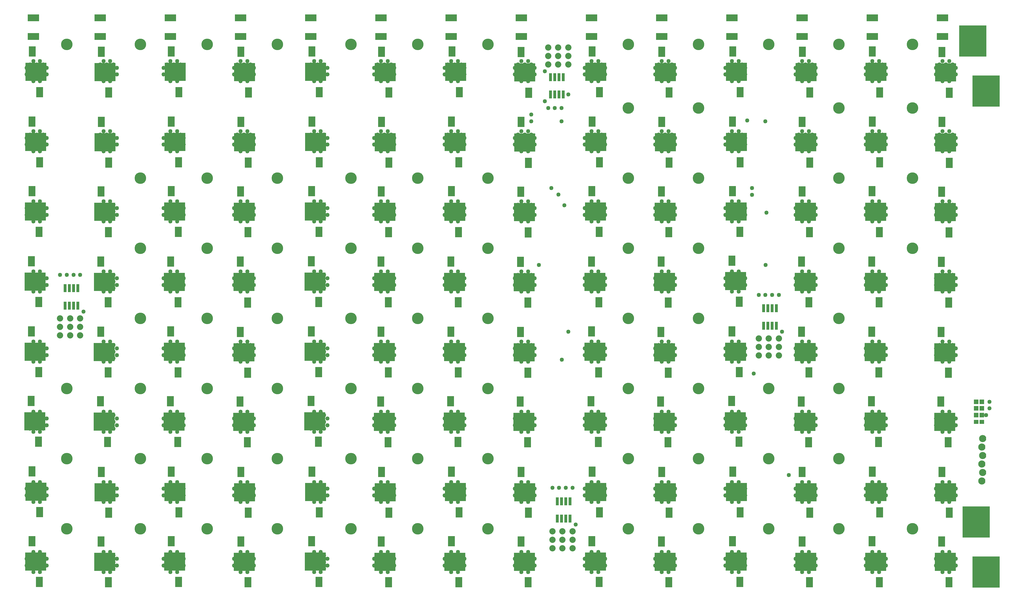
<source format=gts>
G04 MADE WITH FRITZING*
G04 WWW.FRITZING.ORG*
G04 DOUBLE SIDED*
G04 HOLES PLATED*
G04 CONTOUR ON CENTER OF CONTOUR VECTOR*
%ASAXBY*%
%FSLAX23Y23*%
%MOIN*%
%OFA0B0*%
%SFA1.0B1.0*%
%ADD10C,0.135984*%
%ADD11C,0.049370*%
%ADD12C,0.073622*%
%ADD13C,0.084000*%
%ADD14R,0.034000X0.097000*%
%ADD15R,0.080866X0.122205*%
%ADD16R,0.246221X0.214725*%
%ADD17R,0.135984X0.080866*%
%ADD18R,0.321023X0.365512*%
%ADD19R,0.057244X0.053307*%
%ADD20R,0.053307X0.049370*%
%LNMASK1*%
G90*
G70*
G54D10*
X571Y2424D03*
X571Y1597D03*
X571Y770D03*
X571Y6479D03*
X1437Y4077D03*
X1437Y2424D03*
X1437Y4904D03*
X1437Y1597D03*
X1437Y3251D03*
X1437Y770D03*
X1437Y6479D03*
X2225Y4077D03*
X2225Y2424D03*
X2225Y4904D03*
X2225Y1597D03*
X2225Y3251D03*
X2225Y770D03*
X2225Y6479D03*
X3051Y4077D03*
X3051Y2424D03*
X3051Y4904D03*
X3051Y1597D03*
X3051Y3251D03*
X3051Y770D03*
X3051Y6479D03*
X3918Y4077D03*
X3918Y2424D03*
X3918Y4904D03*
X3918Y1597D03*
X3918Y3251D03*
X3918Y770D03*
X3918Y6479D03*
X4705Y4077D03*
X4705Y2424D03*
X4705Y4904D03*
X4705Y1597D03*
X4705Y3251D03*
X4705Y770D03*
X4705Y6479D03*
X5532Y4077D03*
X5532Y2424D03*
X5532Y4904D03*
X5532Y1597D03*
X5532Y3251D03*
X5532Y770D03*
X5532Y6479D03*
X7185Y4077D03*
X7185Y2424D03*
X7185Y4904D03*
X7185Y1597D03*
X7185Y3251D03*
X7185Y770D03*
X7185Y6479D03*
X7185Y5731D03*
X8012Y4077D03*
X8012Y2424D03*
X8012Y4904D03*
X8012Y1597D03*
X8012Y3251D03*
X8012Y770D03*
X8012Y6479D03*
X8012Y5731D03*
X8839Y2424D03*
X8839Y1597D03*
X8839Y770D03*
X8839Y6479D03*
X9666Y4077D03*
X9666Y2424D03*
X9666Y4904D03*
X9666Y1597D03*
X9666Y3251D03*
X9666Y770D03*
X9666Y6479D03*
X9666Y5731D03*
X10532Y770D03*
X10532Y4077D03*
X10532Y4904D03*
X10532Y6479D03*
X10532Y5731D03*
G54D11*
X7579Y2975D03*
X6673Y1243D03*
X5847Y2069D03*
X5925Y2817D03*
X7658Y5298D03*
X5020Y6203D03*
X6870Y455D03*
X5886Y5416D03*
X7736Y1164D03*
X6043Y1951D03*
X4311Y298D03*
X5138Y2778D03*
X5177Y495D03*
X5965Y4510D03*
X6004Y4550D03*
X4232Y6243D03*
X5020Y1164D03*
X6831Y1912D03*
X5886Y377D03*
X7697Y4589D03*
X6004Y6046D03*
X5256Y6203D03*
X5925Y5219D03*
X4193Y1243D03*
X4351Y5377D03*
X4351Y2069D03*
X7658Y5455D03*
X7618Y4432D03*
X6713Y3762D03*
X7579Y1243D03*
X6004Y258D03*
X5177Y3723D03*
X5020Y4550D03*
X6083Y6125D03*
X5138Y2109D03*
X5177Y1912D03*
X6792Y2778D03*
X5099Y1321D03*
X7500Y1164D03*
X6713Y6085D03*
X6792Y5337D03*
X7579Y3566D03*
X4351Y3644D03*
X4272Y3802D03*
X7540Y377D03*
X5847Y3644D03*
X5965Y6164D03*
X5177Y2975D03*
X6004Y1164D03*
X6792Y4510D03*
X6083Y4471D03*
X4311Y1282D03*
X4272Y6203D03*
X5886Y6085D03*
X6752Y2975D03*
X6870Y6085D03*
X4232Y4589D03*
X7579Y6282D03*
X6673Y416D03*
X7697Y2936D03*
X7540Y3762D03*
X4232Y2936D03*
X5925Y1321D03*
X4429Y416D03*
X7618Y1951D03*
X5020Y337D03*
X7736Y337D03*
X7736Y5377D03*
X5217Y2857D03*
X6752Y5219D03*
X4272Y4628D03*
X6831Y1321D03*
X5886Y1125D03*
X5886Y2030D03*
X7658Y337D03*
X5138Y2936D03*
X4193Y3723D03*
X6673Y6203D03*
X6083Y3644D03*
X4232Y5337D03*
X4272Y1243D03*
X7697Y2030D03*
X6870Y1203D03*
X6792Y2030D03*
X6083Y337D03*
X6043Y6085D03*
X6673Y2896D03*
X4351Y6046D03*
X5099Y2148D03*
X5138Y5337D03*
X4390Y3605D03*
X4232Y2109D03*
X5256Y3723D03*
X5020Y2817D03*
X6752Y258D03*
X5099Y258D03*
X6792Y2109D03*
X5138Y1203D03*
X4232Y1203D03*
X5059Y1203D03*
X7658Y2148D03*
X5925Y3566D03*
X6792Y5416D03*
X5177Y3566D03*
X5059Y6243D03*
X4390Y1282D03*
X4390Y2109D03*
X5217Y5258D03*
X5256Y1164D03*
X5965Y1203D03*
X4429Y2069D03*
X6713Y2857D03*
X5177Y4550D03*
X6752Y1243D03*
X6043Y5416D03*
X6043Y298D03*
X7618Y6243D03*
X6752Y2069D03*
X5177Y2896D03*
X5099Y6046D03*
X7736Y4550D03*
X4272Y4392D03*
X4232Y3684D03*
X5138Y5416D03*
X4351Y2739D03*
X5177Y258D03*
X7658Y5377D03*
X5925Y495D03*
X5059Y4589D03*
X5059Y3762D03*
X5177Y5377D03*
X7540Y5416D03*
X4390Y5416D03*
X7500Y4550D03*
X5020Y5377D03*
X7579Y2817D03*
X7579Y1991D03*
X5965Y1951D03*
X6831Y4392D03*
X6792Y4589D03*
X5020Y3723D03*
X5886Y3762D03*
X5217Y1951D03*
X5886Y298D03*
X5138Y2030D03*
X5020Y6125D03*
X4272Y2817D03*
X5847Y416D03*
X6792Y1125D03*
X7540Y2778D03*
X5138Y6243D03*
X7579Y258D03*
X4429Y5298D03*
X7736Y6203D03*
X7697Y298D03*
X4272Y1085D03*
X7579Y3723D03*
X6043Y2778D03*
X6831Y2975D03*
X7579Y3644D03*
X7618Y3605D03*
X6752Y4392D03*
X6004Y495D03*
X6910Y337D03*
X5847Y1243D03*
X7658Y1085D03*
X6713Y377D03*
X5965Y5337D03*
X7500Y1243D03*
X4351Y1243D03*
X6752Y1991D03*
X6043Y3605D03*
X6043Y2109D03*
X6831Y4471D03*
X6004Y3566D03*
X6752Y495D03*
X4193Y4471D03*
X6713Y2936D03*
X7500Y2069D03*
X6043Y1282D03*
X6792Y298D03*
X7697Y455D03*
X6752Y5377D03*
X6870Y6243D03*
X5138Y3684D03*
X7540Y1282D03*
X7658Y3723D03*
X4390Y2936D03*
X7540Y1125D03*
X7736Y6125D03*
X5177Y6282D03*
X5886Y455D03*
X6004Y6203D03*
X7540Y4432D03*
X7579Y5455D03*
X7579Y4392D03*
X4351Y6282D03*
X6910Y2896D03*
X5217Y4510D03*
X5177Y337D03*
X5925Y3644D03*
X5059Y1282D03*
X7697Y5337D03*
X5847Y6125D03*
X4311Y5416D03*
X4232Y377D03*
X4193Y1164D03*
X7697Y2109D03*
X6004Y6282D03*
X5217Y5337D03*
X4390Y3684D03*
X4272Y1991D03*
X4193Y416D03*
X5217Y6243D03*
X7658Y4550D03*
X5217Y3605D03*
X4429Y1164D03*
X6752Y4628D03*
X7736Y3723D03*
X6752Y1085D03*
X6004Y1321D03*
X6792Y1951D03*
X4390Y1951D03*
X7500Y4471D03*
X4390Y2030D03*
X4193Y2896D03*
X4311Y3684D03*
X6870Y3762D03*
X7540Y3605D03*
X6831Y6125D03*
X4351Y258D03*
X7540Y2030D03*
X4351Y5298D03*
X7579Y5377D03*
X5886Y3605D03*
X6713Y1125D03*
X7500Y6203D03*
X6831Y1243D03*
X6673Y5377D03*
X6870Y1951D03*
X4193Y4550D03*
X7697Y2778D03*
X7540Y2936D03*
X6870Y6164D03*
X4272Y258D03*
X6752Y1912D03*
X5965Y2778D03*
X6792Y4432D03*
X5138Y455D03*
X7579Y2069D03*
X4272Y416D03*
X5059Y5337D03*
X7540Y1951D03*
X6713Y4510D03*
X4390Y6243D03*
X7658Y2817D03*
X5059Y1125D03*
X6831Y2069D03*
X5138Y1951D03*
X5020Y4471D03*
X4429Y5377D03*
X7697Y6164D03*
X5217Y6085D03*
X6910Y5377D03*
X4351Y2148D03*
X7540Y2109D03*
X5217Y1282D03*
X4351Y5455D03*
X5217Y455D03*
X4390Y4510D03*
X6004Y416D03*
X5138Y1282D03*
X6910Y3723D03*
X5020Y3644D03*
X6870Y2109D03*
X6083Y1991D03*
X4311Y1125D03*
X6752Y3802D03*
X7618Y2778D03*
X6713Y3605D03*
X7579Y495D03*
X6713Y2778D03*
X4390Y4432D03*
X4232Y1951D03*
X7500Y1991D03*
X5965Y2109D03*
X5177Y1085D03*
X4429Y6203D03*
X7658Y2069D03*
X7618Y1203D03*
X5886Y3684D03*
X5217Y2778D03*
X4272Y3723D03*
X7697Y4432D03*
X4351Y6203D03*
X7540Y5258D03*
X7658Y1243D03*
X5099Y1243D03*
X4429Y2817D03*
X5177Y416D03*
X7540Y3684D03*
X6083Y1164D03*
X5217Y3684D03*
X7618Y4510D03*
X4351Y1321D03*
X5177Y1243D03*
X7697Y5258D03*
X6870Y4510D03*
X7579Y6125D03*
X7658Y4392D03*
X4272Y2148D03*
X6713Y298D03*
X6831Y3802D03*
X6004Y2739D03*
X6043Y4510D03*
X7579Y2148D03*
X6870Y298D03*
X6043Y3684D03*
X5138Y4510D03*
X5177Y6125D03*
X5177Y6203D03*
X5099Y2896D03*
X6870Y5337D03*
X6004Y1085D03*
X6831Y5455D03*
X4429Y1243D03*
X6910Y416D03*
X7540Y6164D03*
X7736Y416D03*
X7658Y495D03*
X4351Y2817D03*
X6752Y1321D03*
X4193Y5298D03*
X4390Y5337D03*
X7540Y1203D03*
X7697Y6085D03*
X5059Y377D03*
X7500Y2896D03*
X6910Y6125D03*
X6831Y4550D03*
X5965Y6085D03*
X4272Y3566D03*
X5217Y298D03*
X7658Y2896D03*
X7658Y258D03*
X6004Y5298D03*
X6673Y2069D03*
X5925Y1912D03*
X7500Y3644D03*
X6831Y3723D03*
X5886Y4432D03*
X5099Y4392D03*
X7540Y298D03*
X5059Y6085D03*
X4272Y2069D03*
X5886Y2778D03*
X4272Y337D03*
X7658Y3802D03*
X5177Y5219D03*
X7500Y337D03*
X4232Y4510D03*
X6673Y4550D03*
X5847Y1991D03*
X6910Y2817D03*
X6752Y337D03*
X5059Y5258D03*
X5965Y1125D03*
X5217Y4589D03*
X6792Y1203D03*
X6673Y3644D03*
X4390Y5258D03*
X5099Y5298D03*
X7658Y1912D03*
X5099Y4471D03*
X5925Y6203D03*
X6043Y5258D03*
X7736Y4471D03*
X5020Y1991D03*
X4311Y6085D03*
X6004Y6125D03*
X5177Y2739D03*
X5965Y4432D03*
X7658Y1321D03*
X4351Y416D03*
X5256Y5298D03*
X5059Y6164D03*
X6870Y4589D03*
X7540Y6085D03*
X6910Y1243D03*
X5177Y5455D03*
X6004Y4471D03*
X7579Y416D03*
X5256Y2817D03*
X5099Y2069D03*
X6713Y5258D03*
X6713Y1203D03*
X6910Y4550D03*
X7500Y3723D03*
X4351Y3723D03*
X5965Y455D03*
X7697Y6243D03*
X5925Y2975D03*
X4311Y2109D03*
X5217Y2936D03*
X7697Y4510D03*
X5138Y1125D03*
X4390Y2857D03*
X7658Y5219D03*
X5965Y298D03*
X5847Y337D03*
X4232Y6085D03*
X7658Y6282D03*
X5020Y5298D03*
X5925Y5298D03*
X5099Y3802D03*
X5099Y5219D03*
X6870Y377D03*
X5217Y4432D03*
X5099Y6203D03*
X6831Y5377D03*
X5886Y1951D03*
X5099Y2739D03*
X4272Y6282D03*
X4351Y1164D03*
X5256Y3644D03*
X7697Y1125D03*
X7658Y1164D03*
X5099Y4550D03*
X7500Y2817D03*
X5217Y6164D03*
X5965Y3684D03*
X6004Y1991D03*
X4232Y1282D03*
X5099Y4628D03*
X5059Y3605D03*
X5925Y2896D03*
X5886Y2857D03*
X6004Y337D03*
X4429Y337D03*
X6673Y6125D03*
X6870Y1282D03*
X5177Y4628D03*
X4272Y2896D03*
X6673Y3723D03*
X5256Y5377D03*
X7618Y4589D03*
X6713Y4432D03*
X4390Y4589D03*
X6673Y2817D03*
X4351Y4392D03*
X6004Y1912D03*
X6752Y2148D03*
X6831Y2739D03*
X5925Y3723D03*
X4193Y2069D03*
X7540Y4510D03*
X6043Y4589D03*
X5965Y5416D03*
X6043Y6243D03*
X5099Y2817D03*
X6043Y377D03*
X5059Y3684D03*
X6831Y6282D03*
X7658Y2739D03*
X7697Y1282D03*
X6831Y2148D03*
X4311Y4589D03*
X5847Y3723D03*
X5059Y298D03*
X4272Y6125D03*
X4311Y4510D03*
X4390Y377D03*
X4193Y6203D03*
X6083Y2069D03*
X7736Y2896D03*
X4272Y495D03*
X4311Y3762D03*
X4193Y3644D03*
X6910Y4471D03*
X4232Y5258D03*
X5099Y5377D03*
X6831Y2896D03*
X6792Y2857D03*
X6083Y1243D03*
X5138Y4589D03*
X5886Y5337D03*
X7618Y2109D03*
X4232Y5416D03*
X5020Y2896D03*
X5059Y2030D03*
X5256Y416D03*
X5099Y495D03*
X6043Y455D03*
X7618Y1125D03*
X5059Y4510D03*
X6752Y3566D03*
X4311Y2936D03*
X7500Y5298D03*
X5256Y1991D03*
X6043Y6164D03*
X5256Y4471D03*
X6831Y258D03*
X4351Y3802D03*
X7736Y1991D03*
X4351Y6125D03*
X5177Y1991D03*
X5177Y1164D03*
X6004Y3802D03*
X5099Y6125D03*
X4272Y2739D03*
X4232Y298D03*
X6870Y1125D03*
X5059Y2778D03*
X5177Y4471D03*
X6752Y6203D03*
X6004Y5455D03*
X5925Y5455D03*
X6910Y6203D03*
X6752Y6125D03*
X7579Y1164D03*
X5965Y5258D03*
X5138Y4432D03*
X6713Y455D03*
X6752Y5455D03*
X4390Y298D03*
X6870Y2030D03*
X5965Y6243D03*
X6792Y3762D03*
X4232Y2778D03*
X6910Y5298D03*
X5886Y4589D03*
X6004Y4392D03*
X5256Y337D03*
X4311Y1951D03*
X7618Y6164D03*
X5847Y4471D03*
X5177Y6046D03*
X6083Y5298D03*
X6870Y5416D03*
X6792Y455D03*
X5138Y2857D03*
X6792Y6085D03*
X4272Y5377D03*
X4232Y3762D03*
X5099Y6282D03*
X7658Y6125D03*
X7579Y4550D03*
X5925Y2148D03*
X5138Y6164D03*
X6083Y5377D03*
X6713Y4589D03*
X5217Y5416D03*
X7658Y4628D03*
X6831Y5298D03*
X5925Y6125D03*
X5217Y2109D03*
X4272Y4471D03*
X6004Y2896D03*
X7658Y6046D03*
X5099Y5455D03*
X4193Y5377D03*
X4311Y2030D03*
X7618Y2030D03*
X7618Y377D03*
X5059Y2936D03*
X5965Y2030D03*
X6831Y1991D03*
X4351Y2975D03*
X4390Y3762D03*
X5059Y2109D03*
X5886Y2936D03*
X7579Y2896D03*
X7579Y5219D03*
X6713Y2030D03*
X6083Y3723D03*
X6752Y3723D03*
X5886Y5258D03*
X6792Y6164D03*
X7618Y2857D03*
X5099Y3566D03*
X7618Y6085D03*
X5886Y6164D03*
X6713Y1951D03*
X5847Y5298D03*
X5847Y4550D03*
X6713Y5337D03*
X5138Y3762D03*
X6004Y4628D03*
X6792Y1282D03*
X4311Y6243D03*
X4311Y3605D03*
X7618Y298D03*
X5925Y2739D03*
X6043Y2857D03*
X4232Y6164D03*
X5925Y1164D03*
X4351Y1085D03*
X5059Y1951D03*
X6043Y5337D03*
X6831Y1164D03*
X4311Y6164D03*
X6752Y2739D03*
X6752Y6282D03*
X6043Y1125D03*
X7736Y2069D03*
X4232Y4432D03*
X5925Y1085D03*
X5099Y2975D03*
X7736Y3644D03*
X6792Y2936D03*
X6043Y1203D03*
X4351Y3566D03*
X5138Y6085D03*
X7658Y416D03*
X6004Y2148D03*
X4272Y6046D03*
X6713Y3684D03*
X4390Y6085D03*
X5925Y258D03*
X5059Y455D03*
X7540Y6243D03*
X7579Y337D03*
X6870Y2936D03*
X6910Y1164D03*
X4429Y6125D03*
X5138Y5258D03*
X4272Y1912D03*
X5177Y2069D03*
X4311Y5258D03*
X7618Y2936D03*
X4311Y4432D03*
X4429Y1991D03*
X7697Y3762D03*
X5847Y5377D03*
X6004Y2069D03*
X5177Y3802D03*
X6004Y3644D03*
X7579Y1085D03*
X7658Y1991D03*
X4193Y6125D03*
X7697Y2857D03*
X6910Y3644D03*
X6831Y495D03*
X5965Y2857D03*
X6752Y6046D03*
X4311Y5337D03*
X5886Y2109D03*
X6713Y6164D03*
X6831Y1085D03*
X6713Y6243D03*
X7579Y1321D03*
X6752Y2896D03*
X6792Y377D03*
X7736Y2817D03*
X6713Y5416D03*
X7697Y3605D03*
X7618Y5258D03*
X5925Y416D03*
X5886Y4510D03*
X5217Y2030D03*
X4311Y377D03*
X7697Y377D03*
X7658Y3566D03*
X4193Y1991D03*
X5925Y4471D03*
X6910Y1991D03*
X5925Y4392D03*
X5217Y377D03*
X5256Y2896D03*
X7658Y2975D03*
X6004Y5377D03*
X4232Y1125D03*
X5925Y2069D03*
X6831Y6203D03*
X4351Y4471D03*
X7658Y3644D03*
X4311Y455D03*
X7618Y455D03*
X6870Y4432D03*
X7618Y1282D03*
X5099Y3644D03*
X5925Y6046D03*
X6752Y4471D03*
X5847Y1164D03*
X5138Y377D03*
X4351Y2896D03*
X5847Y2896D03*
X5217Y1125D03*
X7736Y5298D03*
X5925Y5377D03*
X6673Y1164D03*
X7736Y1243D03*
X4272Y5298D03*
X5020Y2069D03*
X5925Y3802D03*
X6004Y2817D03*
X6004Y5219D03*
X5925Y4628D03*
X5965Y2936D03*
X7579Y4471D03*
X6831Y3566D03*
X7618Y3762D03*
X7579Y2739D03*
X6083Y2896D03*
X7579Y4628D03*
X5059Y2857D03*
X5965Y3762D03*
X5886Y1282D03*
X6870Y2857D03*
X5965Y377D03*
X5177Y3644D03*
X4429Y4471D03*
X5099Y1912D03*
X6831Y2817D03*
X6910Y2069D03*
X7579Y6046D03*
X5020Y1243D03*
X4429Y3723D03*
X7540Y455D03*
X5965Y4589D03*
X6752Y1164D03*
X6752Y416D03*
X7658Y4471D03*
X5177Y5298D03*
X7540Y5337D03*
X4390Y2778D03*
X7579Y1912D03*
X7697Y3684D03*
X5217Y3762D03*
X4311Y2778D03*
X5256Y2069D03*
X5925Y1991D03*
X6004Y1243D03*
X4351Y1912D03*
X5099Y3723D03*
X7697Y1951D03*
X6831Y6046D03*
X5256Y6125D03*
X6870Y2778D03*
X4311Y2857D03*
X6831Y416D03*
X6083Y416D03*
X6043Y2030D03*
X6752Y3644D03*
X7579Y6203D03*
X4272Y1164D03*
X6831Y4628D03*
X5256Y1243D03*
X5099Y1991D03*
X5847Y2817D03*
X6043Y4432D03*
X5177Y1321D03*
X6083Y4550D03*
X4429Y4550D03*
X6673Y5298D03*
X4351Y495D03*
X4193Y2817D03*
X6673Y4471D03*
X5177Y2148D03*
X5099Y1164D03*
X4232Y3605D03*
X4311Y1203D03*
X5177Y2817D03*
X5138Y298D03*
X5059Y5416D03*
X4390Y455D03*
X5099Y416D03*
X6673Y1991D03*
X5177Y4392D03*
X5099Y337D03*
X4351Y4550D03*
X6083Y6203D03*
X4351Y5219D03*
X7540Y4589D03*
X7500Y5377D03*
X4232Y2857D03*
X6831Y5219D03*
X5925Y4550D03*
X6792Y5258D03*
X5217Y1203D03*
X4193Y337D03*
X6752Y4550D03*
X7540Y2857D03*
X7618Y5416D03*
X5925Y337D03*
X4272Y4550D03*
X4232Y455D03*
X5256Y4550D03*
X4272Y2975D03*
X6792Y3605D03*
X6752Y2817D03*
X5886Y6243D03*
X4272Y3644D03*
X7579Y5298D03*
X4272Y5455D03*
X5020Y416D03*
X6713Y1282D03*
X4390Y1125D03*
X5965Y3605D03*
X6792Y6243D03*
X4390Y6164D03*
X7697Y5416D03*
X6752Y5298D03*
X6004Y2975D03*
X7579Y3802D03*
X4429Y3644D03*
X6870Y5258D03*
X7500Y416D03*
X5965Y1282D03*
X6043Y2936D03*
X5925Y1243D03*
X5138Y3605D03*
X6004Y3723D03*
X5099Y1085D03*
X6870Y3605D03*
X4351Y1991D03*
X6792Y3684D03*
X5886Y1203D03*
X6043Y3762D03*
X4351Y337D03*
X7618Y5337D03*
X7658Y6203D03*
X6083Y2817D03*
X6831Y3644D03*
X7618Y3684D03*
X6870Y3684D03*
X7500Y6125D03*
X6673Y337D03*
X4351Y4628D03*
X5847Y6203D03*
X4272Y1321D03*
X6713Y2109D03*
X4272Y5219D03*
X6831Y337D03*
X5925Y6282D03*
X4429Y2896D03*
X4232Y2030D03*
X4390Y1203D03*
X5059Y4432D03*
X7697Y1203D03*
X8327Y6203D03*
X10138Y416D03*
X8366Y2857D03*
X9311Y5377D03*
X9981Y337D03*
X9311Y258D03*
X11004Y5258D03*
X11004Y3762D03*
X10965Y3802D03*
X10020Y3762D03*
X9311Y2148D03*
X11043Y1243D03*
X9390Y2817D03*
X10965Y1321D03*
X10807Y6203D03*
X10807Y1164D03*
X8563Y416D03*
X10217Y4550D03*
X8484Y337D03*
X10020Y298D03*
X10020Y377D03*
X8366Y4589D03*
X9272Y2030D03*
X8445Y1951D03*
X8366Y6164D03*
X10965Y6046D03*
X9193Y1203D03*
X10886Y2739D03*
X10807Y1991D03*
X8366Y3605D03*
X9981Y1164D03*
X9311Y2975D03*
X9272Y6164D03*
X10965Y2739D03*
X10020Y2109D03*
X8563Y4471D03*
X10886Y1085D03*
X9351Y6085D03*
X10847Y2857D03*
X8406Y6046D03*
X9232Y1164D03*
X10020Y6164D03*
X8484Y6046D03*
X11043Y1164D03*
X10059Y5219D03*
X10177Y455D03*
X8524Y6085D03*
X9311Y2896D03*
X10099Y2936D03*
X10177Y1951D03*
X8484Y3566D03*
X9193Y3605D03*
X10059Y1243D03*
X10925Y4510D03*
X9351Y455D03*
X8327Y2896D03*
X10059Y5377D03*
X10886Y337D03*
X8366Y4432D03*
X9193Y2857D03*
X10020Y5258D03*
X8445Y4432D03*
X9232Y5455D03*
X11004Y377D03*
X9154Y2069D03*
X10177Y2109D03*
X8366Y5258D03*
X9311Y1912D03*
X10177Y4510D03*
X11004Y5337D03*
X11004Y1951D03*
X10177Y1282D03*
X10099Y5337D03*
X8366Y377D03*
X10925Y6164D03*
X9351Y2936D03*
X9154Y416D03*
X8406Y3566D03*
X9311Y1991D03*
X11004Y5416D03*
X9390Y5298D03*
X10138Y1243D03*
X10847Y3762D03*
X10177Y6164D03*
X10059Y2148D03*
X11004Y1282D03*
X8484Y6203D03*
X10925Y2857D03*
X10099Y4589D03*
X9981Y3644D03*
X9311Y6046D03*
X9272Y4432D03*
X10138Y5455D03*
X9311Y6125D03*
X10965Y258D03*
X8445Y377D03*
X10217Y6125D03*
X9311Y3566D03*
X9232Y6125D03*
X8524Y3762D03*
X9390Y5377D03*
X9232Y4550D03*
X8484Y2148D03*
X9311Y337D03*
X9351Y2030D03*
X8327Y4471D03*
X10965Y5298D03*
X9390Y1164D03*
X11043Y416D03*
X9351Y4432D03*
X9311Y495D03*
X9272Y4589D03*
X10099Y1282D03*
X8406Y337D03*
X10847Y1282D03*
X8406Y6282D03*
X9193Y1951D03*
X10886Y4628D03*
X10217Y1164D03*
X8445Y6243D03*
X11004Y1203D03*
X8563Y2817D03*
X9154Y1164D03*
X10965Y4392D03*
X10138Y2817D03*
X10020Y2778D03*
X10138Y4629D03*
X8524Y1203D03*
X9272Y1203D03*
X9351Y1951D03*
X8445Y4589D03*
X10020Y1951D03*
X8406Y1991D03*
X8445Y5258D03*
X8406Y2817D03*
X9981Y1991D03*
X9311Y2739D03*
X10059Y4629D03*
X8445Y1203D03*
X8445Y2778D03*
X10059Y258D03*
X8445Y3684D03*
X10965Y3723D03*
X8406Y5455D03*
X8484Y2069D03*
X9193Y5337D03*
X10177Y1203D03*
X9232Y1991D03*
X10059Y2975D03*
X10965Y2896D03*
X8524Y298D03*
X10138Y1164D03*
X9272Y2857D03*
X10886Y6125D03*
X10217Y5377D03*
X9232Y3723D03*
X10020Y4589D03*
X8563Y2896D03*
X10925Y1951D03*
X10886Y416D03*
X10059Y4471D03*
X9311Y6203D03*
X11004Y4510D03*
X8484Y3802D03*
X10965Y6125D03*
X10099Y6085D03*
X8327Y3723D03*
X9311Y4550D03*
X9272Y3605D03*
X9232Y4628D03*
X9232Y3566D03*
X9351Y5337D03*
X10807Y3723D03*
X9232Y4392D03*
X10138Y2975D03*
X10059Y2739D03*
X9193Y2778D03*
X8406Y3723D03*
X9154Y5377D03*
X10020Y2936D03*
X9154Y3723D03*
X10217Y2817D03*
X8524Y2030D03*
X8524Y1125D03*
X10138Y1912D03*
X10138Y1085D03*
X10886Y2896D03*
X9311Y1243D03*
X8366Y1951D03*
X10059Y2069D03*
X8406Y1321D03*
X9311Y5219D03*
X10886Y5298D03*
X9351Y1282D03*
X9981Y416D03*
X8524Y377D03*
X8366Y1125D03*
X8366Y3684D03*
X9351Y5258D03*
X8484Y1912D03*
X10020Y5416D03*
X9351Y2778D03*
X10886Y3566D03*
X9351Y298D03*
X10138Y2148D03*
X8524Y6164D03*
X8445Y1282D03*
X8524Y1951D03*
X10099Y5258D03*
X10020Y4432D03*
X8406Y5219D03*
X11004Y6243D03*
X10217Y6203D03*
X10177Y4432D03*
X10138Y3802D03*
X9981Y2896D03*
X10807Y2817D03*
X10059Y1321D03*
X10965Y3644D03*
X10886Y6282D03*
X8406Y258D03*
X10020Y1203D03*
X8524Y2778D03*
X9154Y1991D03*
X11004Y2778D03*
X9232Y1912D03*
X10925Y5258D03*
X9390Y6203D03*
X10099Y1203D03*
X10059Y1164D03*
X10020Y2030D03*
X10886Y3723D03*
X10807Y2896D03*
X10886Y1991D03*
X9272Y1125D03*
X8484Y5298D03*
X8484Y416D03*
X9311Y2817D03*
X10925Y2109D03*
X9232Y5298D03*
X10925Y5416D03*
X9390Y2069D03*
X10059Y337D03*
X8524Y5416D03*
X8563Y5377D03*
X10138Y4471D03*
X9981Y4471D03*
X10177Y377D03*
X9981Y4550D03*
X11004Y6085D03*
X9272Y6085D03*
X9272Y5337D03*
X10138Y3723D03*
X9390Y1243D03*
X10925Y4589D03*
X8524Y3684D03*
X10807Y337D03*
X10847Y1125D03*
X9272Y1951D03*
X9272Y2936D03*
X8366Y455D03*
X8563Y337D03*
X10217Y3723D03*
X9193Y298D03*
X10020Y6085D03*
X9232Y2817D03*
X8366Y1203D03*
X10965Y416D03*
X10177Y2857D03*
X9390Y3723D03*
X10807Y5298D03*
X9272Y6243D03*
X9981Y5298D03*
X9272Y2778D03*
X10847Y4589D03*
X8406Y6203D03*
X9232Y2975D03*
X10059Y4392D03*
X9390Y416D03*
X8484Y3644D03*
X11043Y5377D03*
X10138Y5219D03*
X9981Y5377D03*
X10099Y2109D03*
X10925Y4432D03*
X9193Y5258D03*
X10059Y6046D03*
X10886Y5377D03*
X10847Y1203D03*
X9311Y4392D03*
X8327Y5377D03*
X9154Y1243D03*
X8484Y5377D03*
X10925Y298D03*
X10847Y6243D03*
X11043Y3723D03*
X10925Y3605D03*
X10059Y1991D03*
X11004Y298D03*
X10059Y5455D03*
X8445Y2857D03*
X10925Y455D03*
X9154Y4471D03*
X10847Y2936D03*
X9351Y2109D03*
X8445Y5416D03*
X10099Y298D03*
X10965Y5219D03*
X8366Y1282D03*
X8524Y2936D03*
X11043Y2896D03*
X10965Y337D03*
X10099Y3684D03*
X10138Y6282D03*
X10965Y2148D03*
X8406Y4392D03*
X9193Y3684D03*
X10217Y3644D03*
X10965Y2975D03*
X10177Y6243D03*
X10886Y2975D03*
X10138Y2896D03*
X9193Y4589D03*
X8366Y2030D03*
X10965Y1243D03*
X8406Y2975D03*
X9981Y2817D03*
X10099Y2030D03*
X8406Y416D03*
X10886Y1912D03*
X10847Y5258D03*
X10177Y4589D03*
X9311Y1321D03*
X10886Y1243D03*
X8327Y4550D03*
X10177Y5337D03*
X9390Y6125D03*
X10965Y495D03*
X9154Y5298D03*
X10177Y6085D03*
X10059Y4550D03*
X9311Y2069D03*
X8445Y3605D03*
X10886Y1164D03*
X9272Y298D03*
X10020Y1282D03*
X9232Y1243D03*
X9232Y258D03*
X8524Y5258D03*
X9351Y3684D03*
X10059Y3802D03*
X8484Y1243D03*
X9232Y5377D03*
X8406Y5377D03*
X10099Y377D03*
X10138Y4392D03*
X9193Y455D03*
X8327Y416D03*
X10886Y495D03*
X10177Y2778D03*
X10059Y2817D03*
X9232Y495D03*
X10059Y416D03*
X8524Y5337D03*
X9390Y2896D03*
X9311Y1164D03*
X10177Y5416D03*
X10807Y4550D03*
X10138Y337D03*
X11043Y2817D03*
X9981Y6125D03*
X10138Y495D03*
X9390Y3644D03*
X9351Y6164D03*
X10138Y1991D03*
X8406Y3644D03*
X11004Y3605D03*
X10965Y1164D03*
X8484Y6282D03*
X11043Y1991D03*
X8524Y4510D03*
X9351Y3605D03*
X11004Y4432D03*
X10020Y3605D03*
X10925Y1282D03*
X8406Y4628D03*
X10847Y3605D03*
X11004Y3684D03*
X9311Y5298D03*
X8524Y6243D03*
X8327Y2817D03*
X10886Y5455D03*
X10138Y4550D03*
X9193Y1125D03*
X10099Y1951D03*
X10965Y2817D03*
X10059Y1912D03*
X9272Y377D03*
X10886Y2069D03*
X8327Y2069D03*
X10059Y3723D03*
X8484Y495D03*
X10177Y298D03*
X10925Y6085D03*
X9154Y337D03*
X10886Y258D03*
X9272Y455D03*
X8406Y1243D03*
X8366Y2936D03*
X10099Y6243D03*
X10847Y3684D03*
X9351Y1203D03*
X9232Y2069D03*
X10059Y6203D03*
X9390Y4550D03*
X8445Y5337D03*
X10177Y5258D03*
X10965Y4628D03*
X10886Y2148D03*
X8366Y6243D03*
X9232Y337D03*
X10965Y5377D03*
X10807Y1243D03*
X10099Y455D03*
X10925Y5337D03*
X8484Y258D03*
X8524Y2109D03*
X11004Y1125D03*
X9351Y4510D03*
X8406Y2069D03*
X8484Y4628D03*
X11004Y2030D03*
X10020Y3684D03*
X10807Y6125D03*
X8445Y4510D03*
X10847Y5416D03*
X9272Y5416D03*
X9193Y6085D03*
X9351Y2857D03*
X10886Y1321D03*
X8327Y1991D03*
X10807Y416D03*
X9193Y2109D03*
X10886Y2817D03*
X8327Y1164D03*
X8445Y455D03*
X10847Y455D03*
X8484Y5455D03*
X10138Y3644D03*
X8445Y6164D03*
X10138Y3566D03*
X10965Y6282D03*
X10886Y4392D03*
X8484Y1321D03*
X10020Y2857D03*
X8366Y2778D03*
X9193Y4432D03*
X9311Y3802D03*
X8524Y2857D03*
X10177Y3684D03*
X9154Y6125D03*
X10177Y2936D03*
X9232Y2739D03*
X9981Y6203D03*
X10217Y2896D03*
X8484Y1991D03*
X8484Y2896D03*
X10847Y4510D03*
X8563Y4550D03*
X10807Y5377D03*
X8366Y5337D03*
X10217Y416D03*
X9193Y6164D03*
X10059Y3566D03*
X11004Y2109D03*
X10807Y4471D03*
X8524Y4589D03*
X9311Y4628D03*
X10138Y6203D03*
X10099Y2778D03*
X8406Y2739D03*
X9193Y6243D03*
X8406Y4550D03*
X10807Y2069D03*
X9272Y3762D03*
X10138Y6046D03*
X10886Y3644D03*
X11004Y2936D03*
X8484Y5219D03*
X10020Y455D03*
X10965Y1991D03*
X10099Y2857D03*
X10807Y3644D03*
X9351Y1125D03*
X8445Y3762D03*
X8445Y2109D03*
X8484Y4471D03*
X9311Y1085D03*
X9232Y6282D03*
X10925Y3762D03*
X8484Y1164D03*
X10886Y3802D03*
X9311Y3723D03*
X10965Y4471D03*
X8563Y3723D03*
X10847Y6164D03*
X8366Y6085D03*
X9193Y377D03*
X9232Y5219D03*
X9311Y3644D03*
X9390Y1991D03*
X10217Y337D03*
X11043Y337D03*
X10847Y2030D03*
X8445Y6085D03*
X10138Y258D03*
X10886Y4550D03*
X9193Y3762D03*
X8445Y1125D03*
X10138Y2739D03*
X8484Y2975D03*
X10099Y4432D03*
X10965Y1085D03*
X9232Y416D03*
X10059Y5298D03*
X10886Y4471D03*
X11043Y5298D03*
X8563Y6203D03*
X11043Y4471D03*
X10138Y2069D03*
X8406Y1912D03*
X10847Y4432D03*
X10847Y1951D03*
X9981Y2069D03*
X8484Y2817D03*
X10965Y1912D03*
X9193Y1282D03*
X10059Y6125D03*
X9232Y1321D03*
X10965Y3566D03*
X9193Y2030D03*
X9193Y4510D03*
X10925Y2030D03*
X9232Y4471D03*
X9311Y6282D03*
X8406Y1085D03*
X9232Y3802D03*
X11043Y4550D03*
X10925Y377D03*
X8406Y3802D03*
X9351Y3762D03*
X10886Y6203D03*
X10020Y4510D03*
X10099Y3605D03*
X8563Y1164D03*
X9232Y6203D03*
X11004Y4589D03*
X10059Y6282D03*
X10138Y1321D03*
X10925Y3684D03*
X10965Y2069D03*
X10099Y3762D03*
X8406Y1164D03*
X9311Y5455D03*
X8445Y2030D03*
X8406Y2896D03*
X11043Y6203D03*
X9981Y3723D03*
X8366Y2109D03*
X9272Y2109D03*
X8327Y1243D03*
X8366Y298D03*
X11043Y3644D03*
X8484Y4550D03*
X8563Y2069D03*
X9272Y5258D03*
X11004Y2857D03*
X8563Y1243D03*
X10217Y1991D03*
X8445Y298D03*
X8484Y2739D03*
X9232Y2896D03*
X10020Y5337D03*
X10847Y6085D03*
X9390Y337D03*
X10886Y6046D03*
X10925Y2936D03*
X10217Y2069D03*
X8484Y4392D03*
X10925Y2778D03*
X8445Y2936D03*
X8366Y4510D03*
X8366Y5416D03*
X10925Y1203D03*
X9193Y2936D03*
X10965Y6203D03*
X10965Y4550D03*
X10847Y377D03*
X9351Y5416D03*
X8406Y2148D03*
X10099Y6164D03*
X10847Y2778D03*
X10138Y6125D03*
X8524Y455D03*
X9154Y2896D03*
X8327Y3644D03*
X11043Y2069D03*
X8327Y337D03*
X9232Y2148D03*
X10099Y4510D03*
X11004Y455D03*
X8563Y6125D03*
X10059Y1085D03*
X10217Y1243D03*
X8366Y3762D03*
X10020Y6243D03*
X9154Y4550D03*
X8406Y5298D03*
X10217Y5298D03*
X10847Y2109D03*
X8524Y1282D03*
X9351Y6243D03*
X10020Y1125D03*
X9232Y1085D03*
X8406Y4471D03*
X10059Y3644D03*
X8563Y1991D03*
X8524Y4432D03*
X10177Y2030D03*
X8327Y6125D03*
X10099Y1125D03*
X11043Y6125D03*
X10886Y5219D03*
X8406Y6125D03*
X10965Y5455D03*
X10099Y5416D03*
X10847Y298D03*
X8327Y5298D03*
X9154Y3644D03*
X10059Y2896D03*
X9311Y416D03*
X10177Y3605D03*
X8484Y1085D03*
X8563Y5298D03*
X10138Y5298D03*
X10177Y3762D03*
X9272Y4510D03*
X9272Y1282D03*
X9351Y4589D03*
X9351Y377D03*
X9232Y3644D03*
X11004Y6164D03*
X10059Y495D03*
X9154Y2817D03*
X10925Y6243D03*
X9272Y3684D03*
X9311Y4471D03*
X8406Y495D03*
X8563Y3644D03*
X10925Y1125D03*
X8484Y3723D03*
X9390Y4471D03*
X10177Y1125D03*
X8524Y3605D03*
X10847Y5337D03*
X10138Y5377D03*
X8484Y6125D03*
X10217Y4471D03*
X9981Y1243D03*
X9193Y5416D03*
X9232Y6046D03*
X9154Y6203D03*
X3524Y298D03*
X3524Y5337D03*
X3484Y3802D03*
X3563Y3566D03*
X3603Y2936D03*
X3642Y1164D03*
X3563Y4471D03*
X3563Y1164D03*
X3445Y5337D03*
X3484Y258D03*
X3406Y5377D03*
X3524Y6164D03*
X3484Y3644D03*
X3603Y298D03*
X3484Y1991D03*
X3603Y3762D03*
X3642Y2069D03*
X3406Y337D03*
X3563Y2739D03*
X3642Y337D03*
X3484Y3723D03*
X3445Y3762D03*
X3563Y3802D03*
X3484Y2739D03*
X3642Y6203D03*
X3484Y2817D03*
X3642Y1243D03*
X3445Y2778D03*
X3445Y4510D03*
X3642Y3723D03*
X3563Y6282D03*
X3524Y455D03*
X3642Y4471D03*
X3524Y2936D03*
X3603Y2857D03*
X3406Y2817D03*
X3524Y3762D03*
X3563Y495D03*
X3484Y4550D03*
X3603Y5337D03*
X3445Y1951D03*
X3603Y3684D03*
X3563Y2975D03*
X3524Y1282D03*
X3406Y6203D03*
X3563Y4628D03*
X3563Y4392D03*
X3563Y3644D03*
X3524Y4510D03*
X3484Y4628D03*
X3642Y2817D03*
X3563Y2069D03*
X3406Y2896D03*
X3484Y2975D03*
X3445Y2857D03*
X3642Y5377D03*
X3563Y258D03*
X3524Y6085D03*
X3406Y2069D03*
X3445Y1203D03*
X3603Y455D03*
X3603Y3605D03*
X3524Y2030D03*
X3406Y3723D03*
X3484Y3566D03*
X3524Y4432D03*
X3603Y4510D03*
X3524Y5258D03*
X3445Y2109D03*
X3524Y5416D03*
X3524Y377D03*
X3563Y1085D03*
X3563Y5455D03*
X3445Y1125D03*
X3642Y1991D03*
X3603Y2109D03*
X3524Y2857D03*
X3603Y6164D03*
X3524Y2109D03*
X3406Y4550D03*
X3484Y1085D03*
X3406Y5298D03*
X3445Y6243D03*
X3603Y1282D03*
X3524Y1125D03*
X3563Y2896D03*
X3484Y1164D03*
X3406Y416D03*
X3484Y4392D03*
X3406Y1243D03*
X3642Y416D03*
X3563Y1243D03*
X3563Y1991D03*
X3603Y5416D03*
X3406Y4471D03*
X3406Y6125D03*
X3445Y1282D03*
X3406Y1991D03*
X3563Y1321D03*
X3445Y6164D03*
X3484Y416D03*
X3603Y377D03*
X3563Y5298D03*
X3524Y4589D03*
X3406Y3644D03*
X3563Y6125D03*
X3445Y3684D03*
X3484Y6203D03*
X3445Y3605D03*
X3563Y416D03*
X3642Y3644D03*
X3445Y377D03*
X3642Y4550D03*
X3603Y5258D03*
X3603Y4589D03*
X3484Y1912D03*
X3445Y298D03*
X3642Y2896D03*
X3563Y2817D03*
X3603Y6085D03*
X3484Y1321D03*
X3445Y4589D03*
X3484Y5298D03*
X3603Y4432D03*
X3603Y1203D03*
X3484Y6125D03*
X3642Y6125D03*
X3445Y4432D03*
X3484Y6282D03*
X3603Y6243D03*
X3563Y2148D03*
X3524Y3605D03*
X3484Y1243D03*
X3484Y337D03*
X3445Y2030D03*
X3563Y3723D03*
X3563Y5377D03*
X3524Y6243D03*
X3484Y495D03*
X3484Y4471D03*
X3603Y1951D03*
X3524Y1951D03*
X3563Y6046D03*
X3563Y1912D03*
X3524Y1203D03*
X3484Y2069D03*
X3524Y3684D03*
X3603Y2778D03*
X3484Y5377D03*
X3445Y5416D03*
X3524Y2778D03*
X3406Y1164D03*
X3563Y6203D03*
X3603Y2030D03*
X3603Y1125D03*
X3563Y4550D03*
X3445Y6085D03*
X3563Y5219D03*
X3484Y2896D03*
X3445Y455D03*
X3563Y337D03*
X3484Y6046D03*
X3484Y5219D03*
X3484Y5455D03*
X3445Y2936D03*
X3445Y5258D03*
X3642Y5298D03*
X3484Y2148D03*
X2658Y298D03*
X2658Y5337D03*
X2618Y3802D03*
X2697Y3566D03*
X2736Y2936D03*
X2776Y1164D03*
X2697Y4471D03*
X2697Y1164D03*
X2579Y5337D03*
X2618Y258D03*
X2540Y5377D03*
X2658Y6164D03*
X2618Y3644D03*
X2736Y298D03*
X2618Y1991D03*
X2736Y3762D03*
X2776Y2069D03*
X2540Y337D03*
X2697Y2739D03*
X2776Y337D03*
X2618Y3723D03*
X2579Y3762D03*
X2697Y3802D03*
X2618Y2739D03*
X2776Y6203D03*
X2618Y2817D03*
X2776Y1243D03*
X2579Y2778D03*
X2579Y4510D03*
X2776Y3723D03*
X2697Y6282D03*
X2658Y455D03*
X2776Y4471D03*
X2658Y2936D03*
X2736Y2857D03*
X2540Y2817D03*
X2658Y3762D03*
X2697Y495D03*
X2618Y4550D03*
X2736Y5337D03*
X2579Y1951D03*
X2736Y3684D03*
X2697Y2975D03*
X2658Y1282D03*
X2540Y6203D03*
X2697Y4628D03*
X2697Y4392D03*
X2697Y3644D03*
X2658Y4510D03*
X2618Y4628D03*
X2776Y2817D03*
X2697Y2069D03*
X2540Y2896D03*
X2618Y2975D03*
X2579Y2857D03*
X2776Y5377D03*
X2697Y258D03*
X2658Y6085D03*
X2540Y2069D03*
X2579Y1203D03*
X2736Y455D03*
X2736Y3605D03*
X2658Y2030D03*
X2540Y3723D03*
X2618Y3566D03*
X2658Y4432D03*
X2736Y4510D03*
X2658Y5258D03*
X2579Y2109D03*
X2658Y5416D03*
X2658Y377D03*
X2697Y1085D03*
X2697Y5455D03*
X2579Y1125D03*
X2776Y1991D03*
X2736Y2109D03*
X2658Y2857D03*
X2736Y6164D03*
X2658Y2109D03*
X2540Y4550D03*
X2618Y1085D03*
X2540Y5298D03*
X2579Y6243D03*
X2736Y1282D03*
X2658Y1125D03*
X2697Y2896D03*
X2618Y1164D03*
X2540Y416D03*
X2618Y4392D03*
X2540Y1243D03*
X2776Y416D03*
X2697Y1243D03*
X2697Y1991D03*
X2736Y5416D03*
X2540Y4471D03*
X2540Y6125D03*
X2579Y1282D03*
X2540Y1991D03*
X2697Y1321D03*
X2579Y6164D03*
X2618Y416D03*
X2736Y377D03*
X2697Y5298D03*
X2658Y4589D03*
X2540Y3644D03*
X2697Y6125D03*
X2579Y3684D03*
X2618Y6203D03*
X2579Y3605D03*
X2697Y416D03*
X2776Y3644D03*
X2579Y377D03*
X2776Y4550D03*
X2736Y5258D03*
X2736Y4589D03*
X2618Y1912D03*
X2579Y298D03*
X2776Y2896D03*
X2697Y2817D03*
X2736Y6085D03*
X2618Y1321D03*
X2579Y4589D03*
X2618Y5298D03*
X2736Y4432D03*
X2736Y1203D03*
X2618Y6125D03*
X2776Y6125D03*
X2579Y4432D03*
X2618Y6282D03*
X2736Y6243D03*
X2697Y2148D03*
X2658Y3605D03*
X2618Y1243D03*
X2618Y337D03*
X2579Y2030D03*
X2697Y3723D03*
X2697Y5377D03*
X2658Y6243D03*
X2618Y495D03*
X2618Y4471D03*
X2736Y1951D03*
X2658Y1951D03*
X2697Y6046D03*
X2697Y1912D03*
X2658Y1203D03*
X2618Y2069D03*
X2658Y3684D03*
X2736Y2778D03*
X2618Y5377D03*
X2579Y5416D03*
X2658Y2778D03*
X2540Y1164D03*
X2697Y6203D03*
X2736Y2030D03*
X2736Y1125D03*
X2697Y4550D03*
X2579Y6085D03*
X2697Y5219D03*
X2618Y2896D03*
X2579Y455D03*
X2697Y337D03*
X2618Y6046D03*
X2618Y5219D03*
X2618Y5455D03*
X2579Y2936D03*
X2579Y5258D03*
X2776Y5298D03*
X2618Y2148D03*
X1831Y298D03*
X1831Y5337D03*
X1792Y3802D03*
X1870Y3566D03*
X1910Y2936D03*
X1949Y1164D03*
X1870Y4471D03*
X1870Y1164D03*
X1752Y5337D03*
X1792Y258D03*
X1713Y5377D03*
X1831Y6164D03*
X1792Y3644D03*
X1910Y298D03*
X1792Y1991D03*
X1910Y3762D03*
X1949Y2069D03*
X1713Y337D03*
X1870Y2739D03*
X1949Y337D03*
X1792Y3723D03*
X1752Y3762D03*
X1870Y3802D03*
X1792Y2739D03*
X1949Y6203D03*
X1792Y2817D03*
X1949Y1243D03*
X1752Y2778D03*
X1752Y4510D03*
X1949Y3723D03*
X1870Y6282D03*
X1831Y455D03*
X1949Y4471D03*
X1831Y2936D03*
X1910Y2857D03*
X1713Y2817D03*
X1831Y3762D03*
X1870Y495D03*
X1792Y4550D03*
X1910Y5337D03*
X1752Y1951D03*
X1910Y3684D03*
X1870Y2975D03*
X1831Y1282D03*
X1713Y6203D03*
X1870Y4629D03*
X1870Y4392D03*
X1870Y3644D03*
X1831Y4510D03*
X1792Y4629D03*
X1949Y2817D03*
X1870Y2069D03*
X1713Y2896D03*
X1792Y2975D03*
X1752Y2857D03*
X1949Y5377D03*
X1870Y258D03*
X1831Y6085D03*
X1713Y2069D03*
X1752Y1203D03*
X1910Y455D03*
X1910Y3605D03*
X1831Y2030D03*
X1713Y3723D03*
X1792Y3566D03*
X1831Y4432D03*
X1910Y4510D03*
X1831Y5258D03*
X1752Y2109D03*
X1831Y5416D03*
X1831Y377D03*
X1870Y1085D03*
X1870Y5455D03*
X1752Y1125D03*
X1949Y1991D03*
X1910Y2109D03*
X1831Y2857D03*
X1910Y6164D03*
X1831Y2109D03*
X1713Y4550D03*
X1792Y1085D03*
X1713Y5298D03*
X1752Y6243D03*
X1910Y1282D03*
X1831Y1125D03*
X1870Y2896D03*
X1792Y1164D03*
X1713Y416D03*
X1792Y4392D03*
X1713Y1243D03*
X1949Y416D03*
X1870Y1243D03*
X1870Y1991D03*
X1910Y5416D03*
X1713Y4471D03*
X1713Y6125D03*
X1752Y1282D03*
X1713Y1991D03*
X1870Y1321D03*
X1752Y6164D03*
X1792Y416D03*
X1910Y377D03*
X1870Y5298D03*
X1831Y4589D03*
X1713Y3644D03*
X1870Y6125D03*
X1752Y3684D03*
X1792Y6203D03*
X1752Y3605D03*
X1870Y416D03*
X1949Y3644D03*
X1752Y377D03*
X1949Y4550D03*
X1910Y5258D03*
X1910Y4589D03*
X1792Y1912D03*
X1752Y298D03*
X1949Y2896D03*
X1870Y2817D03*
X1910Y6085D03*
X1792Y1321D03*
X1752Y4589D03*
X1792Y5298D03*
X1910Y4432D03*
X1910Y1203D03*
X1792Y6125D03*
X1949Y6125D03*
X1752Y4432D03*
X1792Y6282D03*
X1910Y6243D03*
X1870Y2148D03*
X1831Y3605D03*
X1792Y1243D03*
X1792Y337D03*
X1752Y2030D03*
X1870Y3723D03*
X1870Y5377D03*
X1831Y6243D03*
X1792Y495D03*
X1792Y4471D03*
X1910Y1951D03*
X1831Y1951D03*
X1870Y6046D03*
X1870Y1912D03*
X1831Y1203D03*
X1792Y2069D03*
X1831Y3684D03*
X1910Y2778D03*
X1792Y5377D03*
X1752Y5416D03*
X1831Y2778D03*
X1713Y1164D03*
X1870Y6203D03*
X1910Y2030D03*
X1910Y1125D03*
X1870Y4550D03*
X1752Y6085D03*
X1870Y5219D03*
X1792Y2896D03*
X1752Y455D03*
X1870Y337D03*
X1792Y6046D03*
X1792Y5219D03*
X1792Y5455D03*
X1752Y2936D03*
X1752Y5258D03*
X1949Y5298D03*
X1792Y2148D03*
X1043Y298D03*
X1043Y5337D03*
X1004Y3802D03*
X1083Y3566D03*
X1122Y2936D03*
X1162Y1164D03*
X1083Y4471D03*
X1083Y1164D03*
X965Y5337D03*
X1004Y258D03*
X925Y5377D03*
X1043Y6164D03*
X1004Y3644D03*
X1122Y298D03*
X1004Y1991D03*
X1122Y3762D03*
X1162Y2069D03*
X925Y337D03*
X1083Y2739D03*
X1162Y337D03*
X1004Y3723D03*
X965Y3762D03*
X1083Y3802D03*
X1004Y2739D03*
X1162Y6203D03*
X1004Y2817D03*
X1162Y1243D03*
X965Y2778D03*
X965Y4510D03*
X1162Y3723D03*
X1083Y6282D03*
X1043Y455D03*
X1162Y4471D03*
X1043Y2936D03*
X1122Y2857D03*
X925Y2817D03*
X1043Y3762D03*
X1083Y495D03*
X1004Y4550D03*
X1122Y5337D03*
X965Y1951D03*
X1122Y3684D03*
X1083Y2975D03*
X1043Y1282D03*
X925Y6203D03*
X1083Y4628D03*
X1083Y4392D03*
X1083Y3644D03*
X1043Y4510D03*
X1004Y4628D03*
X1162Y2817D03*
X1083Y2069D03*
X925Y2896D03*
X1004Y2975D03*
X965Y2857D03*
X1162Y5377D03*
X1083Y258D03*
X1043Y6085D03*
X925Y2069D03*
X965Y1203D03*
X1122Y455D03*
X1122Y3605D03*
X1043Y2030D03*
X925Y3723D03*
X1004Y3566D03*
X1043Y4432D03*
X1122Y4510D03*
X1043Y5258D03*
X965Y2109D03*
X1043Y5416D03*
X1043Y377D03*
X1083Y1085D03*
X1083Y5455D03*
X965Y1125D03*
X1162Y1991D03*
X1122Y2109D03*
X1043Y2857D03*
X1122Y6164D03*
X1043Y2109D03*
X925Y4550D03*
X1004Y1085D03*
X925Y5298D03*
X965Y6243D03*
X1122Y1282D03*
X1043Y1125D03*
X1083Y2896D03*
X1004Y1164D03*
X925Y416D03*
X1004Y4392D03*
X925Y1243D03*
X1162Y416D03*
X1083Y1243D03*
X1083Y1991D03*
X1122Y5416D03*
X925Y4471D03*
X925Y6125D03*
X965Y1282D03*
X925Y1991D03*
X1083Y1321D03*
X965Y6164D03*
X1004Y416D03*
X1122Y377D03*
X1083Y5298D03*
X1043Y4589D03*
X925Y3644D03*
X1083Y6125D03*
X965Y3684D03*
X1004Y6203D03*
X965Y3605D03*
X1083Y416D03*
X1162Y3644D03*
X965Y377D03*
X1162Y4550D03*
X1122Y5258D03*
X1122Y4589D03*
X1004Y1912D03*
X965Y298D03*
X1162Y2896D03*
X1083Y2817D03*
X1122Y6085D03*
X1004Y1321D03*
X965Y4589D03*
X1004Y5298D03*
X1122Y4432D03*
X1122Y1203D03*
X1004Y6125D03*
X1162Y6125D03*
X965Y4432D03*
X1004Y6282D03*
X1122Y6243D03*
X1083Y2148D03*
X1043Y3605D03*
X1004Y1243D03*
X1004Y337D03*
X965Y2030D03*
X1083Y3723D03*
X1083Y5377D03*
X1043Y6243D03*
X1004Y495D03*
X1004Y4471D03*
X1122Y1951D03*
X1043Y1951D03*
X1083Y6046D03*
X1083Y1912D03*
X1043Y1203D03*
X1004Y2069D03*
X1043Y3684D03*
X1122Y2778D03*
X1004Y5377D03*
X965Y5416D03*
X1043Y2778D03*
X925Y1164D03*
X1083Y6203D03*
X1122Y2030D03*
X1122Y1125D03*
X1083Y4550D03*
X965Y6085D03*
X1083Y5219D03*
X1004Y2896D03*
X965Y455D03*
X1083Y337D03*
X1004Y6046D03*
X1004Y5219D03*
X1004Y5455D03*
X965Y2936D03*
X965Y5258D03*
X1162Y5298D03*
X1004Y2148D03*
X177Y1085D03*
X256Y1321D03*
X99Y1243D03*
X256Y337D03*
X177Y337D03*
X217Y1125D03*
X256Y495D03*
X256Y258D03*
X335Y337D03*
X217Y1203D03*
X177Y495D03*
X138Y1203D03*
X217Y1282D03*
X256Y1243D03*
X295Y298D03*
X177Y1243D03*
X335Y1164D03*
X138Y455D03*
X99Y1164D03*
X217Y298D03*
X217Y377D03*
X177Y416D03*
X217Y455D03*
X177Y258D03*
X295Y1203D03*
X256Y416D03*
X99Y416D03*
X335Y416D03*
X138Y377D03*
X295Y1282D03*
X138Y1282D03*
X138Y1125D03*
X177Y1164D03*
X256Y1164D03*
X138Y298D03*
X177Y1321D03*
X295Y377D03*
X335Y1243D03*
X99Y337D03*
X256Y1085D03*
X295Y455D03*
X295Y1125D03*
X177Y2739D03*
X256Y2975D03*
X99Y2896D03*
X256Y1991D03*
X177Y1991D03*
X217Y2778D03*
X256Y2148D03*
X256Y1912D03*
X335Y1991D03*
X217Y2857D03*
X177Y2148D03*
X138Y2857D03*
X217Y2936D03*
X256Y2896D03*
X295Y1951D03*
X177Y2896D03*
X335Y2817D03*
X138Y2109D03*
X99Y2817D03*
X217Y1951D03*
X217Y2030D03*
X177Y2069D03*
X217Y2109D03*
X177Y1912D03*
X295Y2857D03*
X256Y2069D03*
X99Y2069D03*
X335Y2069D03*
X138Y2030D03*
X295Y2936D03*
X138Y2936D03*
X138Y2778D03*
X177Y2817D03*
X256Y2817D03*
X138Y1951D03*
X177Y2975D03*
X295Y2030D03*
X335Y2896D03*
X99Y1991D03*
X256Y2739D03*
X295Y2109D03*
X295Y2778D03*
X99Y3723D03*
X177Y3723D03*
X295Y3605D03*
X177Y3802D03*
X295Y3762D03*
X177Y3644D03*
X217Y3684D03*
X256Y3723D03*
X295Y3684D03*
X256Y3566D03*
X138Y3605D03*
X335Y3644D03*
X138Y3762D03*
X99Y3644D03*
X138Y3684D03*
X256Y3802D03*
X256Y3644D03*
X335Y3723D03*
X217Y3605D03*
X177Y3566D03*
X217Y3762D03*
X99Y4550D03*
X177Y4550D03*
X295Y4432D03*
X177Y4628D03*
X295Y4589D03*
X177Y4471D03*
X217Y4510D03*
X256Y4550D03*
X295Y4510D03*
X256Y4392D03*
X138Y4432D03*
X335Y4471D03*
X138Y4589D03*
X99Y4471D03*
X138Y4510D03*
X256Y4628D03*
X256Y4471D03*
X335Y4550D03*
X217Y4432D03*
X177Y4392D03*
X217Y4589D03*
X295Y5258D03*
X217Y5337D03*
X99Y5377D03*
X177Y5219D03*
X217Y5258D03*
X256Y5219D03*
X256Y5455D03*
X177Y5377D03*
X138Y5337D03*
X256Y5298D03*
X335Y5377D03*
X177Y5298D03*
X295Y5337D03*
X138Y5258D03*
X335Y5298D03*
X99Y5298D03*
X177Y5455D03*
X217Y5416D03*
X295Y5416D03*
X256Y5377D03*
X138Y5416D03*
X256Y6282D03*
X177Y6282D03*
X256Y6046D03*
X177Y6046D03*
X295Y6085D03*
X217Y6085D03*
X138Y6085D03*
X335Y6125D03*
X256Y6125D03*
X295Y6164D03*
X177Y6125D03*
X99Y6125D03*
X217Y6164D03*
X138Y6164D03*
X335Y6203D03*
X99Y6203D03*
X177Y6203D03*
X256Y6203D03*
X138Y6243D03*
X217Y6243D03*
X295Y6243D03*
X8996Y3093D03*
X8957Y3526D03*
X8878Y3526D03*
X8799Y3526D03*
X8721Y3526D03*
G54D12*
X8957Y3014D03*
X8957Y2914D03*
X8957Y2814D03*
X8721Y3014D03*
X8721Y2914D03*
X8721Y2814D03*
X8839Y3014D03*
X8839Y2914D03*
X8839Y2814D03*
G54D11*
X11437Y2188D03*
X11437Y2266D03*
G54D13*
X11349Y1333D03*
X11359Y1433D03*
X11349Y1533D03*
X11359Y1633D03*
X11349Y1733D03*
X11359Y1833D03*
G54D11*
X11398Y2109D03*
G54D12*
X6408Y740D03*
X6408Y640D03*
X6408Y540D03*
X6290Y740D03*
X6290Y640D03*
X6290Y540D03*
X6527Y740D03*
X6527Y640D03*
X6527Y540D03*
G54D11*
X6566Y819D03*
X6290Y1252D03*
X6527Y1252D03*
X6369Y1252D03*
X6448Y1252D03*
G54D12*
X6477Y6243D03*
X6477Y6343D03*
X6477Y6443D03*
X6358Y6243D03*
X6358Y6343D03*
X6358Y6443D03*
X6240Y6243D03*
X6240Y6343D03*
X6240Y6443D03*
G54D11*
X6477Y5888D03*
X6319Y5731D03*
X6240Y5731D03*
X6398Y5731D03*
X6201Y6164D03*
G54D12*
X492Y3251D03*
X492Y3151D03*
X492Y3051D03*
X610Y3251D03*
X610Y3151D03*
X610Y3051D03*
X728Y3251D03*
X728Y3151D03*
X728Y3051D03*
G54D11*
X492Y3763D03*
X728Y3763D03*
X571Y3763D03*
X768Y3330D03*
X8586Y5583D03*
X8642Y4707D03*
X8799Y5573D03*
X6360Y4709D03*
X8663Y2601D03*
X8642Y4786D03*
X8811Y4496D03*
X8800Y3881D03*
X9075Y1402D03*
X6279Y4786D03*
X6477Y3093D03*
X6432Y4582D03*
X6398Y5572D03*
X6131Y3879D03*
X650Y3762D03*
X6043Y5573D03*
X6201Y5808D03*
X6043Y5652D03*
X6402Y2763D03*
G54D14*
X6319Y5888D03*
X6269Y6094D03*
X6369Y6094D03*
X6369Y5888D03*
X6319Y6094D03*
X6419Y5888D03*
X6419Y6094D03*
X6269Y5888D03*
X650Y3605D03*
X700Y3399D03*
X600Y3399D03*
X600Y3605D03*
X650Y3399D03*
X550Y3605D03*
X550Y3399D03*
X700Y3605D03*
X6448Y1094D03*
X6498Y888D03*
X6398Y888D03*
X6398Y1094D03*
X6448Y888D03*
X6348Y1094D03*
X6348Y888D03*
X6498Y1094D03*
X8878Y3369D03*
X8928Y3163D03*
X8828Y3163D03*
X8828Y3369D03*
X8878Y3163D03*
X8778Y3369D03*
X8778Y3163D03*
X8928Y3369D03*
G54D15*
X1057Y3439D03*
X971Y3920D03*
G54D16*
X1014Y3679D03*
G54D15*
X246Y4270D03*
X160Y4750D03*
G54D16*
X203Y4510D03*
G54D15*
X242Y3443D03*
X156Y3923D03*
G54D16*
X199Y3683D03*
G54D15*
X242Y2616D03*
X155Y3097D03*
G54D16*
X198Y2856D03*
G54D15*
X238Y1796D03*
X152Y2276D03*
G54D16*
X195Y2036D03*
G54D15*
X250Y965D03*
X163Y1445D03*
G54D16*
X207Y1205D03*
G54D15*
X247Y144D03*
X160Y624D03*
G54D16*
X204Y384D03*
G54D15*
X1061Y4266D03*
X975Y4747D03*
G54D16*
X1018Y4506D03*
G54D15*
X1057Y2613D03*
X970Y3093D03*
G54D16*
X1013Y2853D03*
G54D15*
X1053Y1792D03*
X967Y2272D03*
G54D16*
X1010Y2032D03*
G54D15*
X1065Y961D03*
X978Y1441D03*
G54D16*
X1022Y1201D03*
G54D15*
X1062Y140D03*
X975Y621D03*
G54D16*
X1019Y381D03*
G54D17*
X965Y6573D03*
X965Y6794D03*
G54D15*
X1890Y5915D03*
X1803Y6396D03*
G54D16*
X1847Y6156D03*
G54D15*
X1889Y5089D03*
X1803Y5569D03*
G54D16*
X1846Y5329D03*
G54D15*
X1886Y4268D03*
X1800Y4748D03*
G54D16*
X1843Y4508D03*
G54D15*
X1882Y3441D03*
X1795Y3921D03*
G54D16*
X1839Y3681D03*
G54D15*
X1881Y2614D03*
X1795Y3095D03*
G54D16*
X1838Y2855D03*
G54D15*
X1878Y1794D03*
X1792Y2274D03*
G54D16*
X1835Y2034D03*
G54D15*
X1890Y963D03*
X1803Y1443D03*
G54D16*
X1846Y1203D03*
G54D15*
X1887Y142D03*
X1800Y623D03*
G54D16*
X1843Y382D03*
G54D15*
X2710Y5912D03*
X2623Y6392D03*
G54D16*
X2666Y6152D03*
G54D15*
X2702Y3437D03*
X2615Y3918D03*
G54D16*
X2658Y3678D03*
G54D15*
X2706Y4265D03*
X2619Y4745D03*
G54D16*
X2663Y4505D03*
G54D15*
X2701Y2611D03*
X2614Y3091D03*
G54D16*
X2658Y2851D03*
G54D15*
X2698Y1790D03*
X2611Y2271D03*
G54D16*
X2655Y2030D03*
G54D15*
X2709Y959D03*
X2623Y1440D03*
G54D16*
X2666Y1199D03*
G54D15*
X2706Y139D03*
X2620Y619D03*
G54D16*
X2663Y379D03*
G54D15*
X3546Y5916D03*
X3459Y6397D03*
G54D16*
X3502Y6156D03*
G54D15*
X3545Y5090D03*
X3458Y5570D03*
G54D16*
X3502Y5330D03*
G54D15*
X3542Y4269D03*
X3455Y4749D03*
G54D16*
X3499Y4509D03*
G54D15*
X3538Y3442D03*
X3451Y3922D03*
G54D16*
X3494Y3682D03*
G54D15*
X3537Y2615D03*
X3450Y3096D03*
G54D16*
X3494Y2855D03*
G54D15*
X3534Y1795D03*
X3447Y2275D03*
G54D16*
X3491Y2035D03*
G54D15*
X3545Y964D03*
X3459Y1444D03*
G54D16*
X3502Y1204D03*
G54D15*
X3542Y143D03*
X3456Y623D03*
G54D16*
X3499Y383D03*
G54D15*
X4365Y5913D03*
X4279Y6393D03*
G54D16*
X4322Y6153D03*
G54D15*
X4365Y5086D03*
X4278Y5566D03*
G54D16*
X4321Y5326D03*
G54D15*
X4362Y4265D03*
X4275Y4746D03*
G54D16*
X4318Y4506D03*
G54D15*
X4357Y3438D03*
X4271Y3919D03*
G54D16*
X4314Y3678D03*
G54D15*
X4357Y2612D03*
X4270Y3092D03*
G54D16*
X4313Y2852D03*
G54D15*
X4354Y1791D03*
X4267Y2271D03*
G54D16*
X4310Y2031D03*
G54D15*
X4365Y960D03*
X4278Y1440D03*
G54D16*
X4322Y1200D03*
G54D15*
X4362Y140D03*
X4275Y620D03*
G54D16*
X4319Y380D03*
G54D15*
X5195Y5915D03*
X5108Y6395D03*
G54D16*
X5151Y6155D03*
G54D15*
X5189Y5088D03*
X5103Y5568D03*
G54D16*
X5146Y5328D03*
G54D15*
X5186Y4267D03*
X5100Y4748D03*
G54D16*
X5143Y4507D03*
G54D15*
X5182Y3440D03*
X5095Y3920D03*
G54D16*
X5139Y3680D03*
G54D15*
X5181Y2614D03*
X5095Y3094D03*
G54D16*
X5138Y2854D03*
G54D15*
X5178Y1793D03*
X5092Y2273D03*
G54D16*
X5135Y2033D03*
G54D15*
X5190Y962D03*
X5103Y1442D03*
G54D16*
X5147Y1202D03*
G54D15*
X5187Y141D03*
X5100Y622D03*
G54D16*
X5143Y381D03*
G54D15*
X2709Y5085D03*
X2622Y5565D03*
G54D16*
X2666Y5325D03*
G54D15*
X6010Y5911D03*
X5923Y6391D03*
G54D16*
X5966Y6151D03*
G54D15*
X6009Y5084D03*
X5923Y5565D03*
G54D16*
X5966Y5324D03*
G54D15*
X6006Y4264D03*
X5919Y4744D03*
G54D16*
X5963Y4504D03*
G54D15*
X6002Y3437D03*
X5915Y3917D03*
G54D16*
X5958Y3677D03*
G54D15*
X6001Y2610D03*
X5915Y3090D03*
G54D16*
X5958Y2850D03*
G54D15*
X5998Y1789D03*
X5911Y2270D03*
G54D16*
X5955Y2029D03*
G54D15*
X6009Y958D03*
X5923Y1439D03*
G54D16*
X5966Y1198D03*
G54D15*
X6006Y138D03*
X5920Y618D03*
G54D16*
X5963Y378D03*
G54D15*
X6845Y5915D03*
X6758Y6396D03*
G54D16*
X6801Y6156D03*
G54D15*
X6844Y5089D03*
X6758Y5569D03*
G54D16*
X6801Y5329D03*
G54D15*
X6841Y4268D03*
X6754Y4748D03*
G54D16*
X6798Y4508D03*
G54D15*
X6837Y3441D03*
X6750Y3921D03*
G54D16*
X6793Y3681D03*
G54D15*
X6836Y2614D03*
X6750Y3095D03*
G54D16*
X6793Y2855D03*
G54D15*
X6833Y1794D03*
X6746Y2274D03*
G54D16*
X6790Y2034D03*
G54D15*
X6845Y963D03*
X6758Y1443D03*
G54D16*
X6801Y1203D03*
G54D15*
X6841Y142D03*
X6755Y623D03*
G54D16*
X6798Y382D03*
G54D15*
X7664Y5912D03*
X7578Y6392D03*
G54D16*
X7621Y6152D03*
G54D15*
X7664Y5085D03*
X7577Y5565D03*
G54D16*
X7621Y5325D03*
G54D15*
X7661Y4265D03*
X7574Y4745D03*
G54D16*
X7617Y4505D03*
G54D15*
X7656Y3437D03*
X7570Y3918D03*
G54D16*
X7613Y3678D03*
G54D15*
X7656Y2611D03*
X7569Y3091D03*
G54D16*
X7613Y2851D03*
G54D15*
X7653Y1790D03*
X7566Y2271D03*
G54D16*
X7609Y2030D03*
G54D15*
X7664Y959D03*
X7578Y1440D03*
G54D16*
X7621Y1199D03*
G54D15*
X7661Y139D03*
X7574Y619D03*
G54D16*
X7618Y379D03*
G54D15*
X8500Y5916D03*
X8414Y6397D03*
G54D16*
X8457Y6156D03*
G54D15*
X8500Y5090D03*
X8413Y5570D03*
G54D16*
X8457Y5330D03*
G54D15*
X8497Y4269D03*
X8410Y4749D03*
G54D16*
X8454Y4509D03*
G54D15*
X8492Y3447D03*
X8406Y3928D03*
G54D16*
X8449Y3688D03*
G54D15*
X8492Y2615D03*
X8405Y3096D03*
G54D16*
X8449Y2855D03*
G54D15*
X8489Y1795D03*
X8402Y2275D03*
G54D16*
X8446Y2035D03*
G54D15*
X8500Y964D03*
X8414Y1444D03*
G54D16*
X8457Y1204D03*
G54D15*
X8497Y143D03*
X8411Y623D03*
G54D16*
X8454Y383D03*
G54D15*
X9320Y5913D03*
X9234Y6393D03*
G54D16*
X9277Y6153D03*
G54D15*
X9320Y5086D03*
X9233Y5566D03*
G54D16*
X9276Y5326D03*
G54D15*
X9317Y4265D03*
X9230Y4746D03*
G54D16*
X9273Y4506D03*
G54D15*
X9312Y3438D03*
X9226Y3919D03*
G54D16*
X9269Y3678D03*
G54D15*
X9312Y2612D03*
X9225Y3092D03*
G54D16*
X9268Y2852D03*
G54D15*
X9309Y1791D03*
X9222Y2271D03*
G54D16*
X9265Y2031D03*
G54D15*
X9320Y960D03*
X9233Y1440D03*
G54D16*
X9277Y1200D03*
G54D15*
X9317Y140D03*
X9230Y620D03*
G54D16*
X9274Y380D03*
G54D15*
X10145Y5914D03*
X10058Y6395D03*
G54D16*
X10102Y6155D03*
G54D15*
X10144Y5088D03*
X10058Y5568D03*
G54D16*
X10101Y5328D03*
G54D15*
X10141Y4267D03*
X10055Y4748D03*
G54D16*
X10098Y4507D03*
G54D15*
X10137Y3440D03*
X10050Y3920D03*
G54D16*
X10094Y3680D03*
G54D15*
X10136Y2614D03*
X10050Y3094D03*
G54D16*
X10093Y2854D03*
G54D15*
X10133Y1793D03*
X10047Y2273D03*
G54D16*
X10090Y2033D03*
G54D15*
X10145Y962D03*
X10058Y1442D03*
G54D16*
X10101Y1202D03*
G54D15*
X10142Y141D03*
X10055Y622D03*
G54D16*
X10098Y381D03*
G54D15*
X10961Y138D03*
X10875Y618D03*
G54D16*
X10918Y378D03*
G54D15*
X10964Y958D03*
X10878Y1439D03*
G54D16*
X10921Y1198D03*
G54D15*
X10953Y1789D03*
X10866Y2270D03*
G54D16*
X10910Y2029D03*
G54D15*
X10956Y2610D03*
X10869Y3090D03*
G54D16*
X10913Y2850D03*
G54D15*
X10957Y3437D03*
X10870Y3917D03*
G54D16*
X10913Y3677D03*
G54D15*
X10961Y4264D03*
X10874Y4744D03*
G54D16*
X10918Y4504D03*
G54D15*
X10964Y5084D03*
X10877Y5565D03*
G54D16*
X10921Y5324D03*
G54D15*
X10965Y5911D03*
X10878Y6391D03*
G54D16*
X10921Y6151D03*
G54D17*
X10886Y6573D03*
X10886Y6794D03*
X10059Y6573D03*
X10059Y6794D03*
X9232Y6573D03*
X9232Y6794D03*
X8406Y6573D03*
X8406Y6794D03*
X7579Y6573D03*
X7579Y6794D03*
X6752Y6573D03*
X6752Y6794D03*
X5925Y6573D03*
X5925Y6794D03*
X5099Y6573D03*
X5099Y6794D03*
X4272Y6573D03*
X4272Y6794D03*
X1792Y6573D03*
X1792Y6794D03*
X2618Y6573D03*
X2618Y6794D03*
X3445Y6573D03*
X3445Y6794D03*
G54D18*
X11240Y6518D03*
X11280Y849D03*
X11398Y5928D03*
X11398Y258D03*
G54D15*
X250Y5917D03*
X164Y6397D03*
G54D16*
X207Y6157D03*
G54D15*
X1065Y5087D03*
X978Y5567D03*
G54D16*
X1021Y5327D03*
G54D15*
X1065Y5914D03*
X979Y6394D03*
G54D16*
X1022Y6154D03*
G54D15*
X250Y5091D03*
X163Y5571D03*
G54D16*
X206Y5331D03*
G54D17*
X177Y6573D03*
X177Y6794D03*
G54D19*
X11280Y2188D03*
X11347Y2188D03*
X11280Y2109D03*
X11347Y2109D03*
X11280Y2266D03*
X11347Y2266D03*
G54D20*
X11280Y2030D03*
X11347Y2030D03*
G04 End of Mask1*
M02*
</source>
